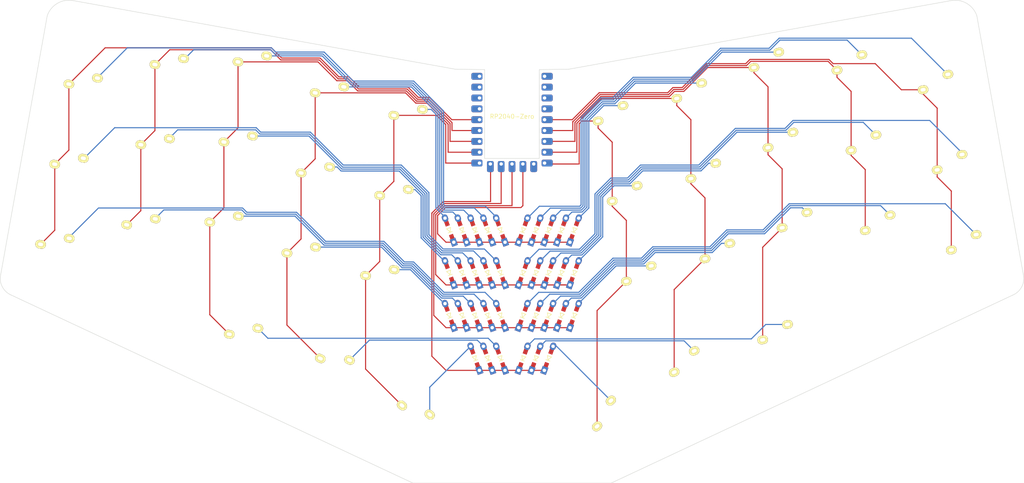
<source format=kicad_pcb>
(kicad_pcb (version 20211014) (generator pcbnew)
  (title_block (title "Amarilis Keyboard") (date "2023-03-17") (rev "1.0") (company "@tangzero"))
  (layers (0 "F.Cu" signal) (31 "B.Cu" signal) (34 "B.Paste" user) (35 "F.Paste" user) (36 "B.SilkS" user "B.Silkscreen") (37 "F.SilkS" user "F.Silkscreen") (38 "B.Mask" user) (39 "F.Mask" user) (44 "Edge.Cuts" user))
  (net 0 "")
  (net 1 "ROW0")
  (net 2 "Net-(D1-Pad2)")
  (net 3 "Net-(D2-Pad2)")
  (net 4 "Net-(D3-Pad2)")
  (net 5 "Net-(D4-Pad2)")
  (net 6 "Net-(D5-Pad2)")
  (net 7 "Net-(D6-Pad2)")
  (net 8 "Net-(D7-Pad2)")
  (net 9 "Net-(D8-Pad2)")
  (net 10 "Net-(D9-Pad2)")
  (net 11 "Net-(D10-Pad2)")
  (net 12 "ROW1")
  (net 13 "Net-(D11-Pad2)")
  (net 14 "Net-(D12-Pad2)")
  (net 23 "Net-(D13-Pad2)")
  (net 24 "Net-(D14-Pad2)")
  (net 25 "Net-(D15-Pad2)")
  (net 26 "Net-(D16-Pad2)")
  (net 27 "Net-(D17-Pad2)")
  (net 28 "Net-(D18-Pad2)")
  (net 29 "Net-(D19-Pad2)")
  (net 30 "Net-(D20-Pad2)")
  (net 31 "ROW2")
  (net 32 "Net-(D21-Pad2)")
  (net 33 "Net-(D22-Pad2)")
  (net 34 "Net-(D23-Pad2)")
  (net 35 "Net-(D24-Pad2)")
  (net 36 "Net-(D25-Pad2)")
  (net 37 "Net-(D26-Pad2)")
  (net 38 "Net-(D27-Pad2)")
  (net 39 "Net-(D28-Pad2)")
  (net 40 "Net-(D29-Pad2)")
  (net 41 "Net-(D30-Pad2)")
  (net 42 "ROW3")
  (net 43 "Net-(D31-Pad2)")
  (net 44 "Net-(D32-Pad2)")
  (net 45 "Net-(D33-Pad2)")
  (net 46 "Net-(D34-Pad2)")
  (net 47 "Net-(D35-Pad2)")
  (net 48 "Net-(D36-Pad2)")
  (net 49 "COL0")
  (net 50 "COL1")
  (net 51 "COL2")
  (net 52 "COL3")
  (net 53 "COL4")
  (net 54 "COL5")
  (net 55 "COL6")
  (net 56 "COL7")
  (net 57 "COL8")
  (net 58 "COL9")
  (footprint "kbd:D3_TH" (layer "F.Cu") (at 159.607086 108 70)
    (fp_text reference "D17" hide)
    (fp_text value "1N4148" hide)
  )
  (footprint "kbd:D3_TH" (layer "F.Cu") (at 150.607086 118 70)
    (fp_text reference "D30" hide)
    (fp_text value "1N4148" hide)
  )
  (footprint "kbd:D3_TH" (layer "F.Cu") (at 150.607086 98 70)
    (fp_text reference "D10" hide)
    (fp_text value "1N4148" hide)
  )
  (footprint "kbd:spacer_m2" (layer "F.Cu") (at 183.055772 80.034293)
    (fp_text reference "Ref**" hide)
    (fp_text value "Val**" hide)
  )
  (footprint "kbd:CherryMX_1u" (layer "F.Cu") (at 44.271054 85.715056 -10)
    (fp_text reference "SW11" hide)
    (fp_text value "SW_PUSH" hide)
  )
  (footprint "kbd:CherryMX_1u" (layer "F.Cu") (at 110.122091 144.600068 -40)
    (fp_text reference "SW33" hide)
    (fp_text value "SW_PUSH" hide)
  )
  (footprint "kbd:spacer_m2" (layer "F.Cu") (at 148.015842 144.252025)
    (fp_text reference "Ref**" hide)
    (fp_text value "Val**" hide)
  )
  (footprint "kbd:CherryMX_1u" (layer "F.Cu") (at 98.634005 106.521175 -10)
    (fp_text reference "SW24" hide)
    (fp_text value "SW_PUSH" hide)
  )
  (footprint "kbd:D3_TH" (layer "F.Cu") (at 142.357086 108 110)
    (fp_text reference "D12" hide)
    (fp_text value "1N4148" hide)
  )
  (footprint "kbd:CherryMX_1u" (layer "F.Cu") (at 64.420827 81.144592 -10)
    (fp_text reference "SW12" hide)
    (fp_text value "SW_PUSH" hide)
  )
  (footprint "kbd:D3_TH" (layer "F.Cu") (at 153.607086 128 70)
    (fp_text reference "D35" hide)
    (fp_text value "1N4148" hide)
  )
  (footprint "kbd:D3_TH" (layer "F.Cu") (at 159.607086 98 70)
    (fp_text reference "D7" hide)
    (fp_text value "1N4148" hide)
  )
  (footprint "kbd:D3_TH" (layer "F.Cu") (at 162.607086 118 70)
    (fp_text reference "D26" hide)
    (fp_text value "1N4148" hide)
  )
  (footprint "kbd:D3_TH" (layer "F.Cu") (at 139.357086 108 110)
    (fp_text reference "D13" hide)
    (fp_text value "1N4148" hide)
  )
  (footprint "kbd:CherryMX_1u" (layer "F.Cu") (at 117.047296 111.798789 -10)
    (fp_text reference "SW25" hide)
    (fp_text value "SW_PUSH" hide)
  )
  (footprint "kbd:spacer_m2" (layer "F.Cu") (at 195.124261 119.284026)
    (fp_text reference "Ref**" hide)
    (fp_text value "Val**" hide)
  )
  (footprint "kbd:D3_TH" (layer "F.Cu") (at 153.607086 118 70)
    (fp_text reference "D29" hide)
    (fp_text value "1N4148" hide)
  )
  (footprint "kbd:CherryMX_1u" (layer "F.Cu") (at 228.303242 62.384004 10)
    (fp_text reference "SW9" hide)
    (fp_text value "SW_PUSH" hide)
  )
  (footprint "kbd:D3_TH" (layer "F.Cu") (at 162.607086 98 70)
    (fp_text reference "D6" hide)
    (fp_text value "1N4148" hide)
  )
  (footprint "kbd:CherryMX_1u" (layer "F.Cu") (at 234.919238 99.90518 10)
    (fp_text reference "SW29" hide)
    (fp_text value "SW_PUSH" hide)
  )
  (footprint "kbd:CherryMX_1u" (layer "F.Cu") (at 185.909976 144.600067 40)
    (fp_text reference "SW34" hide)
    (fp_text value "SW_PUSH" hide)
  )
  (footprint "kbd:CherryMX_1u" (layer "F.Cu") (at 215.464057 99.273946 10)
    (fp_text reference "SW28" hide)
    (fp_text value "SW_PUSH" hide)
  )
  (footprint "kbd:D3_TH" (layer "F.Cu") (at 162.607086 108 70)
    (fp_text reference "D16" hide)
    (fp_text value "1N4148" hide)
  )
  (footprint "kbd:CherryMX_1u" (layer "F.Cu") (at 61.112829 99.90518 -10)
    (fp_text reference "SW22" hide)
    (fp_text value "SW_PUSH" hide)
  )
  (footprint "kbd:CherryMX_1u" (layer "F.Cu") (at 255.069011 104.475644 10)
    (fp_text reference "SW30" hide)
    (fp_text value "SW_PUSH" hide)
  )
  (footprint "kbd:CherryMX_1u" (layer "F.Cu") (at 83.876008 80.513359 -10)
    (fp_text reference "SW13" hide)
    (fp_text value "SW_PUSH" hide)
  )
  (footprint "RP2040-Zero-Kicad:RP2040-Zero" (layer "F.Cu") (at 137.865 84.825)
    (fp_text reference "RZ1")
    (fp_text value "RP2040-Zero")
  )
  (footprint "kbd:CherryMX_1u" (layer "F.Cu") (at 92.856928 136.549189 -25)
    (fp_text reference "SW32" hide)
    (fp_text value "SW_PUSH" hide)
  )
  (footprint "kbd:D3_TH" (layer "F.Cu") (at 142.357086 98 110)
    (fp_text reference "D2" hide)
    (fp_text value "1N4148" hide)
  )
  (footprint "kbd:D3_TH" (layer "F.Cu") (at 153.607086 108 70)
    (fp_text reference "D19" hide)
    (fp_text value "1N4148" hide)
  )
  (footprint "kbd:spacer_m2" (layer "F.Cu") (at 58.613345 59.228174)
    (fp_text reference "Ref**" hide)
    (fp_text value "Val**" hide)
  )
  (footprint "kbd:CherryMX_1u" (layer "F.Cu") (at 251.761013 85.715056 10)
    (fp_text reference "SW20" hide)
    (fp_text value "SW_PUSH" hide)
  )
  (footprint "kbd:spacer_m2" (layer "F.Cu") (at 237.418722 59.228173)
    (fp_text reference "Ref**" hide)
    (fp_text value "Val**" hide)
  )
  (footprint "kbd:D3_TH" (layer "F.Cu") (at 136.357086 108 110)
    (fp_text reference "D14" hide)
    (fp_text value "1N4148" hide)
  )
  (footprint "kbd:D3_TH" (layer "F.Cu") (at 156.607086 108 70)
    (fp_text reference "D18" hide)
    (fp_text value "1N4148" hide)
  )
  (footprint "kbd:CherryMX_1u" (layer "F.Cu") (at 190.782067 69 10)
    (fp_text reference "SW7" hide)
    (fp_text value "SW_PUSH" hide)
  )
  (footprint "kbd:CherryMX_1u" (layer "F.Cu") (at 105.25 69 -10)
    (fp_text reference "SW4" hide)
    (fp_text value "SW_PUSH" hide)
  )
  (footprint "kbd:D3_TH" (layer "F.Cu") (at 153.607086 98 70)
    (fp_text reference "D9" hide)
    (fp_text value "1N4148" hide)
  )
  (footprint "kbd:CherryMX_1u" (layer "F.Cu") (at 87.184005 61.752771 -10)
    (fp_text reference "SW3" hide)
    (fp_text value "SW_PUSH" hide)
  )
  (footprint "kbd:CherryMX_1u" (layer "F.Cu") (at 120.355294 93.038201 -10)
    (fp_text reference "SW15" hide)
    (fp_text value "SW_PUSH" hide)
  )
  (footprint "kbd:spacer_m2" (layer "F.Cu") (at 50.078536 107.631475)
    (fp_text reference "Ref**" hide)
    (fp_text value "Val**" hide)
  )
  (footprint "kbd:spacer_m2" (layer "F.Cu") (at 100.907806 119.284026)
    (fp_text reference "Ref**" hide)
    (fp_text value "Val**" hide)
  )
  (footprint "kbd:D3_TH" (layer "F.Cu") (at 142.357086 118 110)
    (fp_text reference "D22" hide)
    (fp_text value "1N4148" hide)
  )
  (footprint "kbd:CherryMX_1u" (layer "F.Cu") (at 67.728825 62.384004 -10)
    (fp_text reference "SW2" hide)
    (fp_text value "SW_PUSH" hide)
  )
  (footprint "kbd:D3_TH" (layer "F.Cu") (at 156.607086 98 70)
    (fp_text reference "D8" hide)
    (fp_text value "1N4148" hide)
  )
  (footprint "kbd:CherryMX_1u" (layer "F.Cu") (at 203.175139 136.549189 25)
    (fp_text reference "SW35" hide)
    (fp_text value "SW_PUSH" hide)
  )
  (footprint "kbd:D3_TH" (layer "F.Cu") (at 133.357086 108 110)
    (fp_text reference "D15" hide)
    (fp_text value "1N4148" hide)
  )
  (footprint "kbd:D3_TH" (layer "F.Cu") (at 159.607086 118 70)
    (fp_text reference "D27" hide)
    (fp_text value "1N4148" hide)
  )
  (footprint "kbd:CherryMX_1u" (layer "F.Cu") (at 80.56801 99.273946 -10)
    (fp_text reference "SW23" hide)
    (fp_text value "SW_PUSH" hide)
  )
  (footprint "kbd:CherryMX_1u" (layer "F.Cu") (at 172.368775 74.277613 10)
    (fp_text reference "SW6" hide)
    (fp_text value "SW_PUSH" hide)
  )
  (footprint "kbd:D3_TH" (layer "F.Cu") (at 136.357086 98 110)
    (fp_text reference "D4" hide)
    (fp_text value "1N4148" hide)
  )
  (footprint "kbd:D3_TH" (layer "F.Cu") (at 156.607086 128 70)
    (fp_text reference "D34" hide)
    (fp_text value "1N4148" hide)
  )
  (footprint "kbd:CherryMX_1u" (layer "F.Cu") (at 208.848062 61.752771 10)
    (fp_text reference "SW8" hide)
    (fp_text value "SW_PUSH" hide)
  )
  (footprint "kbd:CherryMX_1u" (layer "F.Cu") (at 123.663292 74.277613 -10)
    (fp_text reference "SW5" hide)
    (fp_text value "SW_PUSH" hide)
  )
  (footprint "kbd:D3_TH" (layer "F.Cu") (at 136.357086 118 110)
    (fp_text reference "D24" hide)
    (fp_text value "1N4148" hide)
  )
  (footprint "kbd:D3_TH" (layer "F.Cu") (at 133.357086 118 110)
    (fp_text reference "D25" hide)
    (fp_text value "1N4148" hide)
  )
  (footprint "kbd:CherryMX_1u" (layer "F.Cu") (at 212.156059 80.513359 10)
    (fp_text reference "SW18" hide)
    (fp_text value "SW_PUSH" hide)
  )
  (footprint "kbd:CherryMX_1u" (layer "F.Cu") (at 85.130633 125.514897 -10)
    (fp_text reference "SW31" hide)
    (fp_text value "SW_PUSH" hide)
  )
  (footprint "kbd:CherryMX_1u" (layer "F.Cu") (at 248.453015 66.954468 10)
    (fp_text reference "SW10" hide)
    (fp_text value "SW_PUSH" hide)
  )
  (footprint "kbd:D3_TH" (layer "F.Cu") (at 150.607086 108 70)
    (fp_text reference "D20" hide)
    (fp_text value "1N4148" hide)
  )
  (footprint "kbd:D3_TH" (layer "F.Cu") (at 139.357086 128 110)
    (fp_text reference "D33" hide)
    (fp_text value "1N4148" hide)
  )
  (footprint "kbd:CherryMX_1u" (layer "F.Cu") (at 40.963056 104.475644 -10)
    (fp_text reference "SW21" hide)
    (fp_text value "SW_PUSH" hide)
  )
  (footprint "kbd:CherryMX_1u" (layer "F.Cu") (at 197.398062 106.521175 10)
    (fp_text reference "SW27" hide)
    (fp_text value "SW_PUSH" hide)
  )
  (footprint "kbd:D3_TH" (layer "F.Cu") (at 145.357086 118 110)
    (fp_text reference "D21" hide)
    (fp_text value "1N4148" hide)
  )
  (footprint "kbd:CherryMX_1u" (layer "F.Cu") (at 101.942002 87.760588 -10)
    (fp_text reference "SW14" hide)
    (fp_text value "SW_PUSH" hide)
  )
  (footprint "kbd:D3_TH" (layer "F.Cu") (at 139.357086 118 110)
    (fp_text reference "D23" hide)
    (fp_text value "1N4148" hide)
  )
  (footprint "kbd:CherryMX_1u" (layer "F.Cu") (at 210.901434 125.514897 10)
    (fp_text reference "SW36" hide)
    (fp_text value "SW_PUSH" hide)
  )
  (footprint "kbd:D3_TH" (layer "F.Cu") (at 156.607086 118 70)
    (fp_text reference "D28" hide)
    (fp_text value "1N4148" hide)
  )
  (footprint "kbd:CherryMX_1u" (layer "F.Cu") (at 178.984771 111.798788 10)
    (fp_text reference "SW26" hide)
    (fp_text value "SW_PUSH" hide)
  )
  (footprint "kbd:D3_TH" (layer "F.Cu") (at 139.357086 98 110)
    (fp_text reference "D3" hide)
    (fp_text value "1N4148" hide)
  )
  (footprint "kbd:spacer_m2" (layer "F.Cu") (at 245.953531 107.631475)
    (fp_text reference "Ref**" hide)
    (fp_text value "Val**" hide)
  )
  (footprint "kbd:D3_TH" (layer "F.Cu") (at 145.357086 98 110)
    (fp_text reference "D1" hide)
    (fp_text value "1N4148" hide)
  )
  (footprint "kbd:CherryMX_1u" (layer "F.Cu") (at 231.61124 81.144592 10)
    (fp_text reference "SW19" hide)
    (fp_text value "SW_PUSH" hide)
  )
  (footprint "kbd:CherryMX_1u" (layer "F.Cu") (at 194.090064 87.760587 10)
    (fp_text reference "SW17" hide)
    (fp_text value "SW_PUSH" hide)
  )
  (footprint "kbd:D3_TH" (layer "F.Cu") (at 145.357086 108 110)
    (fp_text reference "D11" hide)
    (fp_text value "1N4148" hide)
  )
  (footprint "kbd:spacer_m2" (layer "F.Cu") (at 112.976295 80.034293)
    (fp_text reference "Ref**" hide)
    (fp_text value "Val**" hide)
  )
  (footprint "kbd:CherryMX_1u" (layer "F.Cu") (at 47.579052 66.954469 -10)
    (fp_text reference "SW1" hide)
    (fp_text value "SW_PUSH" hide)
  )
  (footprint "kbd:D3_TH" (layer "F.Cu") (at 142.357086 128 110)
    (fp_text reference "D32" hide)
    (fp_text value "1N4148" hide)
  )
  (footprint "kbd:D3_TH" (layer "F.Cu") (at 145.357086 128 110)
    (fp_text reference "D31" hide)
    (fp_text value "1N4148" hide)
  )
  (footprint "kbd:D3_TH" (layer "F.Cu") (at 133.357086 98 110)
    (fp_text reference "D5" hide)
    (fp_text value "1N4148" hide)
  )
  (footprint "kbd:D3_TH" (layer "F.Cu") (at 150.607086 128 70)
    (fp_text reference "D36" hide)
    (fp_text value "1N4148" hide)
  )
  (footprint "kbd:CherryMX_1u" (layer "F.Cu") (at 175.676773 93.038201 10)
    (fp_text reference "SW16" hide)
    (fp_text value "SW_PUSH" hide)
  )
  (gr_line (start 141.6 81.2) (end 154.4 81.2) (layer "Edge.Cuts") (width 0.1))
  (gr_line (start 124.8 157.2) (end 171.25 157.2) (layer "Edge.Cuts") (width 0.1))
  (gr_line (start 161.35 60.3) (end 154.4 60.4) (layer "Edge.Cuts") (width 0.1))
  (gr_line (start 141.6 60.4) (end 134.7 60.3) (layer "Edge.Cuts") (width 0.1))
  (gr_line (start 28.2 109) (end 39.2 47.8) (layer "Edge.Cuts") (width 0.1))
  (gr_line (start 141.6 81.2) (end 141.6 60.4) (layer "Edge.Cuts") (width 0.1))
  (gr_line (start 265.25 113.2) (end 171.25 157.2) (layer "Edge.Cuts") (width 0.1))
  (gr_arc (start 30.8 113.2) (mid 28.83524 111.511518) (end 28.2 109) (layer "Edge.Cuts") (width 0.1))
  (gr_line (start 161.35 60.3) (end 251.05 44.2) (layer "Edge.Cuts") (width 0.1))
  (gr_line (start 154.4 81.2) (end 154.4 60.4) (layer "Edge.Cuts") (width 0.1))
  (gr_arc (start 267.85 109) (mid 267.21476 111.511518) (end 265.25 113.2) (layer "Edge.Cuts") (width 0.1))
  (gr_line (start 256.85 47.8) (end 267.85 109) (layer "Edge.Cuts") (width 0.1))
  (gr_line (start 124.8 157.2) (end 30.8 113.2) (layer "Edge.Cuts") (width 0.1))
  (gr_line (start 45 44.2) (end 134.7 60.3) (layer "Edge.Cuts") (width 0.1))
  (gr_arc (start 39.2 47.8) (mid 41.456213 44.962788) (end 45 44.2) (layer "Edge.Cuts") (width 0.1))
  (gr_arc (start 251.05 44.2) (mid 254.593787 44.962788) (end 256.85 47.8) (layer "Edge.Cuts") (width 0.1))
  (segment (start 130.6 94.559188) (end 132.459188 92.7) (width 0.25) (layer "F.Cu") (net 1))
  (segment (start 150.115 92.7) (end 150.565 92.25) (width 0.25) (layer "F.Cu") (net 1))
  (segment (start 130.6 98.85) (end 130.6 94.559188) (width 0.25) (layer "F.Cu") (net 1))
  (segment (start 134.383146 100.819078) (end 161.581026 100.819078) (width 0.25) (layer "F.Cu") (net 1))
  (segment (start 132.569078 100.819078) (end 130.6 98.85) (width 0.25) (layer "F.Cu") (net 1))
  (segment (start 150.565 92.25) (end 150.565 82.871395) (width 0.25) (layer "F.Cu") (net 1))
  (segment (start 133.581026 100.819078) (end 132.569078 100.819078) (width 0.25) (layer "F.Cu") (net 1))
  (segment (start 132.459188 92.7) (end 150.115 92.7) (width 0.25) (layer "F.Cu") (net 1))
  (segment (start 104.041014 56.291014) (end 92.686396 56.291014) (width 0.25) (layer "B.Cu") (net 2))
  (segment (start 144.581026 95.180922) (end 141.756906 92.356802) (width 0.25) (layer "B.Cu") (net 2))
  (segment (start 124.997431 63.088243) (end 110.838243 63.088243) (width 0.25) (layer "B.Cu") (net 2))
  (segment (start 91.695382 55.3) (end 57.95 55.3) (width 0.25) (layer "B.Cu") (net 2))
  (segment (start 57.95 55.3) (end 50.962596 62.287404) (width 0.25) (layer "B.Cu") (net 2))
  (segment (start 132 91.977208) (end 132 70.090812) (width 0.25) (layer "B.Cu") (net 2))
  (segment (start 92.686396 56.291014) (end 91.695382 55.3) (width 0.25) (layer "B.Cu") (net 2))
  (segment (start 110.838243 63.088243) (end 104.041014 56.291014) (width 0.25) (layer "B.Cu") (net 2))
  (segment (start 132 70.090812) (end 124.997431 63.088243) (width 0.25) (layer "B.Cu") (net 2))
  (segment (start 132.379594 92.356802) (end 132 91.977208) (width 0.25) (layer "B.Cu") (net 2))
  (segment (start 141.756906 92.356802) (end 132.379594 92.356802) (width 0.25) (layer "B.Cu") (net 2))
  (segment (start 103.755646 56.741014) (end 110.552875 63.538243) (width 0.25) (layer "B.Cu") (net 3))
  (segment (start 131.55 92.163604) (end 132.193198 92.806802) (width 0.25) (layer "B.Cu") (net 3))
  (segment (start 132.193198 92.806802) (end 139.206906 92.806802) (width 0.25) (layer "B.Cu") (net 3))
  (segment (start 92.5 56.741014) (end 103.755646 56.741014) (width 0.25) (layer "B.Cu") (net 3))
  (segment (start 124.811035 63.538243) (end 131.55 70.277208) (width 0.25) (layer "B.Cu") (net 3))
  (segment (start 91.508986 55.75) (end 92.5 56.741014) (width 0.25) (layer "B.Cu") (net 3))
  (segment (start 71.427753 57.822247) (end 73.5 55.75) (width 0.25) (layer "B.Cu") (net 3))
  (segment (start 73.5 55.75) (end 91.508986 55.75) (width 0.25) (layer "B.Cu") (net 3))
  (segment (start 139.206906 92.806802) (end 141.581026 95.180922) (width 0.25) (layer "B.Cu") (net 3))
  (segment (start 110.552875 63.538243) (end 124.811035 63.538243) (width 0.25) (layer "B.Cu") (net 3))
  (segment (start 131.55 70.277208) (end 131.55 92.163604) (width 0.25) (layer "B.Cu") (net 3))
  (segment (start 110.366479 63.988243) (end 124.624639 63.988243) (width 0.25) (layer "B.Cu") (net 4))
  (segment (start 131.1 92.35) (end 132.05 93.3) (width 0.25) (layer "B.Cu") (net 4))
  (segment (start 136.700104 93.3) (end 138.581026 95.180922) (width 0.25) (layer "B.Cu") (net 4))
  (segment (start 131.1 70.463604) (end 131.1 92.35) (width 0.25) (layer "B.Cu") (net 4))
  (segment (start 90.567549 57.191014) (end 103.56925 57.191014) (width 0.25) (layer "B.Cu") (net 4))
  (segment (start 124.624639 63.988243) (end 131.1 70.463604) (width 0.25) (layer "B.Cu") (net 4))
  (segment (start 103.56925 57.191014) (end 110.366479 63.988243) (width 0.25) (layer "B.Cu") (net 4))
  (segment (start 132.05 93.3) (end 136.700104 93.3) (width 0.25) (layer "B.Cu") (net 4))
  (segment (start 130.65 70.65) (end 130.65 92.6135) (width 0.25) (layer "B.Cu") (net 5))
  (segment (start 124.438243 64.438243) (end 130.65 70.65) (width 0.25) (layer "B.Cu") (net 5))
  (segment (start 108.633544 64.438243) (end 124.438243 64.438243) (width 0.25) (layer "B.Cu") (net 5))
  (segment (start 134.150104 93.75) (end 135.581026 95.180922) (width 0.25) (layer "B.Cu") (net 5))
  (segment (start 131.7865 93.75) (end 134.150104 93.75) (width 0.25) (layer "B.Cu") (net 5))
  (segment (start 130.65 92.6135) (end 131.7865 93.75) (width 0.25) (layer "B.Cu") (net 5))
  (segment (start 129.07946 69.715856) (end 130.2 70.836396) (width 0.25) (layer "B.Cu") (net 6))
  (segment (start 127.046836 69.715856) (end 129.07946 69.715856) (width 0.25) (layer "B.Cu") (net 6))
  (segment (start 130.2 92.799896) (end 132.581026 95.180922) (width 0.25) (layer "B.Cu") (net 6))
  (segment (start 130.2 70.836396) (end 130.2 92.799896) (width 0.25) (layer "B.Cu") (net 6))
  (segment (start 169.506506 68.833723) (end 166 72.340229) (width 0.25) (layer "B.Cu") (net 7))
  (segment (start 173.988054 68.833723) (end 169.506506 68.833723) (width 0.25) (layer "B.Cu") (net 7))
  (segment (start 166 92.814068) (end 163.633146 95.180922) (width 0.25) (layer "B.Cu") (net 7))
  (segment (start 166 72.340229) (end 166 92.814068) (width 0.25) (layer "B.Cu") (net 7))
  (segment (start 169.32011 68.383723) (end 172.116277 68.383723) (width 0.25) (layer "B.Cu") (net 8))
  (segment (start 172.116277 68.383723) (end 176.94389 63.55611) (width 0.25) (layer "B.Cu") (net 8))
  (segment (start 165.55 92.627672) (end 165.55 72.153833) (width 0.25) (layer "B.Cu") (net 8))
  (segment (start 176.94389 63.55611) (end 192.401346 63.55611) (width 0.25) (layer "B.Cu") (net 8))
  (segment (start 165.55 72.153833) (end 169.32011 68.383723) (width 0.25) (layer "B.Cu") (net 8))
  (segment (start 164.427672 93.75) (end 165.55 92.627672) (width 0.25) (layer "B.Cu") (net 8))
  (segment (start 160.633146 95.180922) (end 162.064068 93.75) (width 0.25) (layer "B.Cu") (net 8))
  (segment (start 162.064068 93.75) (end 164.427672 93.75) (width 0.25) (layer "B.Cu") (net 8))
  (segment (start 176.757494 63.10611) (end 171.929881 67.933723) (width 0.25) (layer "B.Cu") (net 9))
  (segment (start 165.1 92.441276) (end 164.241276 93.3) (width 0.25) (layer "B.Cu") (net 9))
  (segment (start 169.133714 67.933723) (end 165.1 71.967437) (width 0.25) (layer "B.Cu") (net 9))
  (segment (start 190.39389 63.10611) (end 176.757494 63.10611) (width 0.25) (layer "B.Cu") (net 9))
  (segment (start 197.191119 56.308881) (end 190.39389 63.10611) (width 0.25) (layer "B.Cu") (net 9))
  (segment (start 165.1 71.967437) (end 165.1 92.441276) (width 0.25) (layer "B.Cu") (net 9))
  (segment (start 171.929881 67.933723) (end 169.133714 67.933723) (width 0.25) (layer "B.Cu") (net 9))
  (segment (start 159.514068 93.3) (end 157.633146 95.180922) (width 0.25) (layer "B.Cu") (net 9))
  (segment (start 164.241276 93.3) (end 159.514068 93.3) (width 0.25) (layer "B.Cu") (net 9))
  (segment (start 210.467341 56.308881) (end 197.191119 56.308881) (width 0.25) (layer "B.Cu") (net 9))
  (segment (start 229.922521 56.940114) (end 226.482407 53.5) (width 0.25) (layer "B.Cu") (net 10))
  (segment (start 197.004723 55.858881) (end 190.207494 62.65611) (width 0.25) (layer "B.Cu") (net 10))
  (segment (start 171.743485 67.483723) (end 168.947318 67.483723) (width 0.25) (layer "B.Cu") (net 10))
  (segment (start 156.964068 92.85) (end 154.633146 95.180922) (width 0.25) (layer "B.Cu") (net 10))
  (segment (start 208.391119 55.858881) (end 197.004723 55.858881) (width 0.25) (layer "B.Cu") (net 10))
  (segment (start 164.05488 92.85) (end 156.964068 92.85) (width 0.25) (layer "B.Cu") (net 10))
  (segment (start 226.482407 53.5) (end 210.75 53.5) (width 0.25) (layer "B.Cu") (net 10))
  (segment (start 210.75 53.5) (end 208.391119 55.858881) (width 0.25) (layer "B.Cu") (net 10))
  (segment (start 164.65 92.25488) (end 164.05488 92.85) (width 0.25) (layer "B.Cu") (net 10))
  (segment (start 168.947318 67.483723) (end 164.65 71.781041) (width 0.25) (layer "B.Cu") (net 10))
  (segment (start 164.65 71.781041) (end 164.65 92.25488) (width 0.25) (layer "B.Cu") (net 10))
  (segment (start 176.571098 62.65611) (end 171.743485 67.483723) (width 0.25) (layer "B.Cu") (net 10))
  (segment (start 190.207494 62.65611) (end 176.571098 62.65611) (width 0.25) (layer "B.Cu") (net 10))
  (segment (start 210.563604 53.05) (end 241.55 53.05) (width 0.25) (layer "B.Cu") (net 11))
  (segment (start 164.2 92.068484) (end 164.2 71.594645) (width 0.25) (layer "B.Cu") (net 11))
  (segment (start 196.818327 55.408881) (end 208.204723 55.408881) (width 0.25) (layer "B.Cu") (net 11))
  (segment (start 154.414068 92.4) (end 163.868484 92.4) (width 0.25) (layer "B.Cu") (net 11))
  (segment (start 176.384702 62.20611) (end 190.021098 62.20611) (width 0.25) (layer "B.Cu") (net 11))
  (segment (start 163.868484 92.4) (end 164.2 92.068484) (width 0.25) (layer "B.Cu") (net 11))
  (segment (start 241.55 53.05) (end 250.010578 61.510578) (width 0.25) (layer "B.Cu") (net 11))
  (segment (start 168.760922 67.033723) (end 171.557089 67.033723) (width 0.25) (layer "B.Cu") (net 11))
  (segment (start 151.633146 95.180922) (end 154.414068 92.4) (width 0.25) (layer "B.Cu") (net 11))
  (segment (start 171.557089 67.033723) (end 176.384702 62.20611) (width 0.25) (layer "B.Cu") (net 11))
  (segment (start 164.2 71.594645) (end 168.760922 67.033723) (width 0.25) (layer "B.Cu") (net 11))
  (segment (start 190.021098 62.20611) (end 196.818327 55.408881) (width 0.25) (layer "B.Cu") (net 11))
  (segment (start 208.204723 55.408881) (end 210.563604 53.05) (width 0.25) (layer "B.Cu") (net 11))
  (segment (start 132.569078 110.819078) (end 130.15 108.4) (width 0.25) (layer "F.Cu") (net 12))
  (segment (start 130.15 94.372792) (end 132.272792 92.25) (width 0.25) (layer "F.Cu") (net 12))
  (segment (start 160.581026 110.819078) (end 132.569078 110.819078) (width 0.25) (layer "F.Cu") (net 12))
  (segment (start 132.272792 92.25) (end 148.025 92.25) (width 0.25) (layer "F.Cu") (net 12))
  (segment (start 161.581026 110.819078) (end 158.581026 110.819078) (width 0.25) (layer "F.Cu") (net 12))
  (segment (start 130.15 108.4) (end 130.15 94.372792) (width 0.25) (layer "F.Cu") (net 12))
  (segment (start 148.025 92.25) (end 148.025 82.495) (width 0.25) (layer "F.Cu") (net 12))
  (segment (start 128.55 89.194391) (end 128.55 99.05) (width 0.25) (layer "B.Cu") (net 13))
  (segment (start 108.52396 82.75) (end 122.105609 82.75) (width 0.25) (layer "B.Cu") (net 13))
  (segment (start 122.105609 82.75) (end 128.55 89.194391) (width 0.25) (layer "B.Cu") (net 13))
  (segment (start 128.55 99.05) (end 131.9 102.4) (width 0.25) (layer "B.Cu") (net 13))
  (segment (start 131.9 102.4) (end 141.550104 102.4) (width 0.25) (layer "B.Cu") (net 13))
  (segment (start 88.136396 74) (end 89.187998 75.051602) (width 0.25) (layer "B.Cu") (net 13))
  (segment (start 55 74) (end 88.136396 74) (width 0.25) (layer "B.Cu") (net 13))
  (segment (start 89.187998 75.051602) (end 100.825562 75.051602) (width 0.25) (layer "B.Cu") (net 13))
  (segment (start 47.846701 81.153299) (end 55 74) (width 0.25) (layer "B.Cu") (net 13))
  (segment (start 141.550104 102.4) (end 144.331026 105.180922) (width 0.25) (layer "B.Cu") (net 13))
  (segment (start 100.825562 75.051602) (end 108.52396 82.75) (width 0.25) (layer "B.Cu") (net 13))
  (segment (start 67.804371 76.445629) (end 69.75 74.5) (width 0.25) (layer "B.Cu") (net 14))
  (segment (start 100.639166 75.501602) (end 108.387564 83.25) (width 0.25) (layer "B.Cu") (net 14))
  (segment (start 121.969213 83.25) (end 128.1 89.380787) (width 0.25) (layer "B.Cu") (net 14))
  (segment (start 139.000104 102.85) (end 141.331026 105.180922) (width 0.25) (layer "B.Cu") (net 14))
  (segment (start 88 74.5) (end 89.001602 75.501602) (width 0.25) (layer "B.Cu") (net 14))
  (segment (start 128.1 99.236396) (end 131.713604 102.85) (width 0.25) (layer "B.Cu") (net 14))
  (segment (start 69.75 74.5) (end 88 74.5) (width 0.25) (layer "B.Cu") (net 14))
  (segment (start 108.387564 83.25) (end 121.969213 83.25) (width 0.25) (layer "B.Cu") (net 14))
  (segment (start 131.713604 102.85) (end 139.000104 102.85) (width 0.25) (layer "B.Cu") (net 14))
  (segment (start 128.1 89.380787) (end 128.1 99.236396) (width 0.25) (layer "B.Cu") (net 14))
  (segment (start 89.001602 75.501602) (end 100.639166 75.501602) (width 0.25) (layer "B.Cu") (net 14))
  (segment (start 131.527208 103.3) (end 136.450104 103.3) (width 0.25) (layer "B.Cu") (net 23))
  (segment (start 127.65 99.422792) (end 131.527208 103.3) (width 0.25) (layer "B.Cu") (net 23))
  (segment (start 87.259552 75.951602) (end 100.452771 75.951602) (width 0.25) (layer "B.Cu") (net 23))
  (segment (start 108.201168 83.7) (end 121.782817 83.7) (width 0.25) (layer "B.Cu") (net 23))
  (segment (start 121.782817 83.7) (end 127.65 89.567183) (width 0.25) (layer "B.Cu") (net 23))
  (segment (start 100.452771 75.951602) (end 108.201168 83.7) (width 0.25) (layer "B.Cu") (net 23))
  (segment (start 136.450104 103.3) (end 138.331026 105.180922) (width 0.25) (layer "B.Cu") (net 23))
  (segment (start 127.65 89.567183) (end 127.65 99.422792) (width 0.25) (layer "B.Cu") (net 23))
  (segment (start 127.2 99.609188) (end 131.340812 103.75) (width 0.25) (layer "B.Cu") (net 24))
  (segment (start 133.900104 103.75) (end 135.331026 105.180922) (width 0.25) (layer "B.Cu") (net 24))
  (segment (start 131.340812 103.75) (end 133.900104 103.75) (width 0.25) (layer "B.Cu") (net 24))
  (segment (start 107.063603 83.198831) (end 108.014772 84.15) (width 0.25) (layer "B.Cu") (net 24))
  (segment (start 121.596421 84.15) (end 127.2 89.753579) (width 0.25) (layer "B.Cu") (net 24))
  (segment (start 105.325546 83.198831) (end 107.063603 83.198831) (width 0.25) (layer "B.Cu") (net 24))
  (segment (start 127.2 89.753579) (end 127.2 99.609188) (width 0.25) (layer "B.Cu") (net 24))
  (segment (start 108.014772 84.15) (end 121.596421 84.15) (width 0.25) (layer "B.Cu") (net 24))
  (segment (start 125.286469 88.476444) (end 126.75 89.939975) (width 0.25) (layer "B.Cu") (net 25))
  (segment (start 126.75 89.939975) (end 126.75 99.795584) (width 0.25) (layer "B.Cu") (net 25))
  (segment (start 132.135338 105.180922) (end 132.331026 105.180922) (width 0.25) (layer "B.Cu") (net 25))
  (segment (start 123.738838 88.476444) (end 125.286469 88.476444) (width 0.25) (layer "B.Cu") (net 25))
  (segment (start 126.75 99.795584) (end 132.135338 105.180922) (width 0.25) (layer "B.Cu") (net 25))
  (segment (start 169.25 90.25) (end 169.25 99.564068) (width 0.25) (layer "B.Cu") (net 26))
  (segment (start 177.296052 87.594311) (end 171.905689 87.594311) (width 0.25) (layer "B.Cu") (net 26))
  (segment (start 171.905689 87.594311) (end 169.25 90.25) (width 0.25) (layer "B.Cu") (net 26))
  (segment (start 169.25 99.564068) (end 163.697214 105.116854) (width 0.25) (layer "B.Cu") (net 26))
  (segment (start 168.8 90.063604) (end 168.8 99.377672) (width 0.25) (layer "B.Cu") (net 27))
  (segment (start 168.8 99.377672) (end 164.37087 103.806802) (width 0.25) (layer "B.Cu") (net 27))
  (segment (start 194.069699 82.316697) (end 192.286396 84.1) (width 0.25) (layer "B.Cu") (net 27))
  (segment (start 178.65 84.1) (end 175.605689 87.144311) (width 0.25) (layer "B.Cu") (net 27))
  (segment (start 175.605689 87.144311) (end 171.719293 87.144311) (width 0.25) (layer "B.Cu") (net 27))
  (segment (start 171.719293 87.144311) (end 168.8 90.063604) (width 0.25) (layer "B.Cu") (net 27))
  (segment (start 164.37087 103.806802) (end 162.007266 103.806802) (width 0.25) (layer "B.Cu") (net 27))
  (segment (start 162.007266 103.806802) (end 160.633146 105.180922) (width 0.25) (layer "B.Cu") (net 27))
  (segment (start 192.286396 84.1) (end 178.65 84.1) (width 0.25) (layer "B.Cu") (net 27))
  (segment (start 195.709343 82.316697) (end 194.069699 82.316697) (width 0.25) (layer "B.Cu") (net 27))
  (segment (start 192.1 83.65) (end 178.463604 83.65) (width 0.25) (layer "B.Cu") (net 28))
  (segment (start 168.35 99.191276) (end 164.184474 103.356802) (width 0.25) (layer "B.Cu") (net 28))
  (segment (start 168.35 89.877208) (end 168.35 99.191276) (width 0.25) (layer "B.Cu") (net 28))
  (segment (start 164.184474 103.356802) (end 159.457266 103.356802) (width 0.25) (layer "B.Cu") (net 28))
  (segment (start 171.532897 86.694311) (end 168.35 89.877208) (width 0.25) (layer "B.Cu") (net 28))
  (segment (start 159.457266 103.356802) (end 157.633146 105.180922) (width 0.25) (layer "B.Cu") (net 28))
  (segment (start 200.680531 75.069469) (end 192.1 83.65) (width 0.25) (layer "B.Cu") (net 28))
  (segment (start 178.463604 83.65) (end 175.419293 86.694311) (width 0.25) (layer "B.Cu") (net 28))
  (segment (start 213.775338 75.069469) (end 200.680531 75.069469) (width 0.25) (layer "B.Cu") (net 28))
  (segment (start 175.419293 86.694311) (end 171.532897 86.694311) (width 0.25) (layer "B.Cu") (net 28))
  (segment (start 233.200702 75.700702) (end 230.25 72.75) (width 0.25) (layer "B.Cu") (net 29))
  (segment (start 175.232897 86.244311) (end 171.346501 86.244311) (width 0.25) (layer "B.Cu") (net 29))
  (segment (start 163.998078 102.906802) (end 156.907266 102.906802) (width 0.25) (layer "B.Cu") (net 29))
  (segment (start 212.130531 74.619469) (end 200.494135 74.619469) (width 0.25) (layer "B.Cu") (net 29))
  (segment (start 178.277208 83.2) (end 175.232897 86.244311) (width 0.25) (layer "B.Cu") (net 29))
  (segment (start 230.25 72.75) (end 214 72.75) (width 0.25) (layer "B.Cu") (net 29))
  (segment (start 191.913604 83.2) (end 178.277208 83.2) (width 0.25) (layer "B.Cu") (net 29))
  (segment (start 167.9 99.00488) (end 163.998078 102.906802) (width 0.25) (layer "B.Cu") (net 29))
  (segment (start 171.346501 86.244311) (end 167.9 89.690812) (width 0.25) (layer "B.Cu") (net 29))
  (segment (start 167.9 89.690812) (end 167.9 99.00488) (width 0.25) (layer "B.Cu") (net 29))
  (segment (start 214 72.75) (end 212.130531 74.619469) (width 0.25) (layer "B.Cu") (net 29))
  (segment (start 156.907266 102.906802) (end 154.633146 105.180922) (width 0.25) (layer "B.Cu") (net 29))
  (segment (start 200.494135 74.619469) (end 191.913604 83.2) (width 0.25) (layer "B.Cu") (net 29))
  (segment (start 253.380292 79.880292) (end 245.8 72.3) (width 0.25) (layer "B.Cu") (net 30))
  (segment (start 200.307739 74.169469) (end 191.727208 82.75) (width 0.25) (layer "B.Cu") (net 30))
  (segment (start 245.8 72.3) (end 213.813604 72.3) (width 0.25) (layer "B.Cu") (net 30))
  (segment (start 167.45 98.818484) (end 163.811682 102.456802) (width 0.25) (layer "B.Cu") (net 30))
  (segment (start 163.811682 102.456802) (end 154.357266 102.456802) (width 0.25) (layer "B.Cu") (net 30))
  (segment (start 175.046501 85.794311) (end 171.160105 85.794311) (width 0.25) (layer "B.Cu") (net 30))
  (segment (start 171.160105 85.794311) (end 167.45 89.504416) (width 0.25) (layer "B.Cu") (net 30))
  (segment (start 191.727208 82.75) (end 178.090812 82.75) (width 0.25) (layer "B.Cu") (net 30))
  (segment (start 211.944135 74.169469) (end 200.307739 74.169469) (width 0.25) (layer "B.Cu") (net 30))
  (segment (start 178.090812 82.75) (end 175.046501 85.794311) (width 0.25) (layer "B.Cu") (net 30))
  (segment (start 167.45 89.504416) (end 167.45 98.818484) (width 0.25) (layer "B.Cu") (net 30))
  (segment (start 213.813604 72.3) (end 211.944135 74.169469) (width 0.25) (layer "B.Cu") (net 30))
  (segment (start 154.357266 102.456802) (end 151.633146 105.180922) (width 0.25) (layer "B.Cu") (net 30))
  (segment (start 134.383146 120.819078) (end 161.581026 120.819078) (width 0.25) (layer "F.Cu") (net 31))
  (segment (start 145.485 91.75) (end 132.136396 91.75) (width 0.25) (layer "F.Cu") (net 31))
  (segment (start 129.7 94.186396) (end 129.7 117.95) (width 0.25) (layer "F.Cu") (net 31))
  (segment (start 129.7 117.95) (end 132.569078 120.819078) (width 0.25) (layer "F.Cu") (net 31))
  (segment (start 132.136396 91.75) (end 129.7 94.186396) (width 0.25) (layer "F.Cu") (net 31))
  (segment (start 132.569078 120.819078) (end 133.581026 120.819078) (width 0.25) (layer "F.Cu") (net 31))
  (segment (start 145.485 82.495) (end 145.485 91.75) (width 0.25) (layer "F.Cu") (net 31))
  (segment (start 141.695241 112.545137) (end 132.090721 112.545137) (width 0.25) (layer "B.Cu") (net 32))
  (segment (start 104.38221 100.609418) (end 118.018606 100.609418) (width 0.25) (layer "B.Cu") (net 32))
  (segment (start 118.018606 100.609418) (end 122.84622 105.437032) (width 0.25) (layer "B.Cu") (net 32))
  (segment (start 122.84622 105.437032) (end 124.982616 105.437032) (width 0.25) (layer "B.Cu") (net 32))
  (segment (start 85.948585 93.812189) (end 97.584981 93.812189) (width 0.25) (layer "B.Cu") (net 32))
  (segment (start 44.3466 99.6534) (end 51.2 92.8) (width 0.25) (layer "B.Cu") (net 32))
  (segment (start 84.936396 92.8) (end 85.948585 93.812189) (width 0.25) (layer "B.Cu") (net 32))
  (segment (start 144.331026 115.180922) (end 141.695241 112.545137) (width 0.25) (layer "B.Cu") (net 32))
  (segment (start 97.584981 93.812189) (end 104.38221 100.609418) (width 0.25) (layer "B.Cu") (net 32))
  (segment (start 124.982616 105.437032) (end 132.090721 112.545137) (width 0.25) (layer "B.Cu") (net 32))
  (segment (start 51.2 92.8) (end 84.936396 92.8) (width 0.25) (layer "B.Cu") (net 32))
  (segment (start 122.659824 105.887032) (end 124.79622 105.887032) (width 0.25) (layer "B.Cu") (net 33))
  (segment (start 85.762189 94.262189) (end 97.398585 94.262189) (width 0.25) (layer "B.Cu") (net 33))
  (segment (start 97.398585 94.262189) (end 104.195814 101.059418) (width 0.25) (layer "B.Cu") (net 33))
  (segment (start 117.83221 101.059418) (end 122.659824 105.887032) (width 0.25) (layer "B.Cu") (net 33))
  (segment (start 139.145241 112.995137) (end 141.331026 115.180922) (width 0.25) (layer "B.Cu") (net 33))
  (segment (start 66.5 93.25) (end 84.75 93.25) (width 0.25) (layer "B.Cu") (net 33))
  (segment (start 84.75 93.25) (end 85.762189 94.262189) (width 0.25) (layer "B.Cu") (net 33))
  (segment (start 124.79622 105.887032) (end 131.904325 112.995137) (width 0.25) (layer "B.Cu") (net 33))
  (segment (start 131.904325 112.995137) (end 139.145241 112.995137) (width 0.25) (layer "B.Cu") (net 33))
  (segment (start 104.195814 101.059418) (end 117.83221 101.059418) (width 0.25) (layer "B.Cu") (net 33))
  (segment (start 64.496373 95.253627) (end 66.5 93.25) (width 0.25) (layer "B.Cu") (net 33))
  (segment (start 122.473428 106.337032) (end 124.609824 106.337032) (width 0.25) (layer "B.Cu") (net 34))
  (segment (start 136.595241 113.445137) (end 138.331026 115.180922) (width 0.25) (layer "B.Cu") (net 34))
  (segment (start 117.645814 101.509418) (end 122.473428 106.337032) (width 0.25) (layer "B.Cu") (net 34))
  (segment (start 104.009418 101.509418) (end 117.645814 101.509418) (width 0.25) (layer "B.Cu") (net 34))
  (segment (start 124.609824 106.337032) (end 131.717929 113.445137) (width 0.25) (layer "B.Cu") (net 34))
  (segment (start 83.951554 94.712189) (end 97.212189 94.712189) (width 0.25) (layer "B.Cu") (net 34))
  (segment (start 131.717929 113.445137) (end 136.595241 113.445137) (width 0.25) (layer "B.Cu") (net 34))
  (segment (start 97.212189 94.712189) (end 104.009418 101.509418) (width 0.25) (layer "B.Cu") (net 34))
  (segment (start 122.287032 106.787032) (end 124.423428 106.787032) (width 0.25) (layer "B.Cu") (net 35))
  (segment (start 102.017549 101.959418) (end 117.459418 101.959418) (width 0.25) (layer "B.Cu") (net 35))
  (segment (start 117.459418 101.959418) (end 122.287032 106.787032) (width 0.25) (layer "B.Cu") (net 35))
  (segment (start 134.045241 113.895137) (end 135.331026 115.180922) (width 0.25) (layer "B.Cu") (net 35))
  (segment (start 131.531533 113.895137) (end 134.045241 113.895137) (width 0.25) (layer "B.Cu") (net 35))
  (segment (start 124.423428 106.787032) (end 131.531533 113.895137) (width 0.25) (layer "B.Cu") (net 35))
  (segment (start 124.237032 107.237032) (end 132.180922 115.180922) (width 0.25) (layer "B.Cu") (net 36))
  (segment (start 120.43084 107.237032) (end 124.237032 107.237032) (width 0.25) (layer "B.Cu") (net 36))
  (segment (start 132.180922 115.180922) (end 132.331026 115.180922) (width 0.25) (layer "B.Cu") (net 36))
  (segment (start 172.395102 106.354898) (end 163.569078 115.180922) (width 0.25) (layer "B.Cu") (net 37))
  (segment (start 180.60405 106.354898) (end 172.395102 106.354898) (width 0.25) (layer "B.Cu") (net 37))
  (segment (start 181.538236 103.237777) (end 178.871115 105.904898) (width 0.25) (layer "B.Cu") (net 38))
  (segment (start 172.208706 105.904898) (end 164.218467 113.895137) (width 0.25) (layer "B.Cu") (net 38))
  (segment (start 178.871115 105.904898) (end 172.208706 105.904898) (width 0.25) (layer "B.Cu") (net 38))
  (segment (start 198.861967 101.077285) (end 197.059111 101.077285) (width 0.25) (layer "B.Cu") (net 38))
  (segment (start 161.918931 113.895137) (end 160.633146 115.180922) (width 0.25) (layer "B.Cu") (net 38))
  (segment (start 194.898619 103.237777) (end 181.538236 103.237777) (width 0.25) (layer "B.Cu") (net 38))
  (segment (start 164.218467 113.895137) (end 161.918931 113.895137) (width 0.25) (layer "B.Cu") (net 38))
  (segment (start 197.059111 101.077285) (end 194.898619 103.237777) (width 0.25) (layer "B.Cu") (net 38))
  (segment (start 217.083336 93.830056) (end 216.00328 92.75) (width 0.25) (layer "B.Cu") (net 39))
  (segment (start 207.168922 98.831078) (end 198.668922 98.831078) (width 0.25) (layer "B.Cu") (net 39))
  (segment (start 181.35184 102.787777) (end 178.684719 105.454898) (width 0.25) (layer "B.Cu") (net 39))
  (segment (start 216.00328 92.75) (end 213.25 92.75) (width 0.25) (layer "B.Cu") (net 39))
  (segment (start 198.668922 98.831078) (end 194.712223 102.787777) (width 0.25) (layer "B.Cu") (net 39))
  (segment (start 194.712223 102.787777) (end 181.35184 102.787777) (width 0.25) (layer "B.Cu") (net 39))
  (segment (start 172.02231 105.454898) (end 164.032071 113.445137) (width 0.25) (layer "B.Cu") (net 39))
  (segment (start 213.25 92.75) (end 207.168922 98.831078) (width 0.25) (layer "B.Cu") (net 39))
  (segment (start 164.032071 113.445137) (end 159.368931 113.445137) (width 0.25) (layer "B.Cu") (net 39))
  (segment (start 159.368931 113.445137) (end 157.633146 115.180922) (width 0.25) (layer "B.Cu") (net 39))
  (segment (start 178.684719 105.454898) (end 172.02231 105.454898) (width 0.25) (layer "B.Cu") (net 39))
  (segment (start 206.982526 98.381078) (end 198.482526 98.381078) (width 0.25) (layer "B.Cu") (net 40))
  (segment (start 181.165444 102.337777) (end 178.498323 105.004898) (width 0.25) (layer "B.Cu") (net 40))
  (segment (start 171.835914 105.004898) (end 163.845675 112.995137) (width 0.25) (layer "B.Cu") (net 40))
  (segment (start 194.525827 102.337777) (end 181.165444 102.337777) (width 0.25) (layer "B.Cu") (net 40))
  (segment (start 178.498323 105.004898) (end 171.835914 105.004898) (width 0.25) (layer "B.Cu") (net 40))
  (segment (start 213.113604 92.25) (end 206.982526 98.381078) (width 0.25) (layer "B.Cu") (net 40))
  (segment (start 234.327227 92.25) (end 213.113604 92.25) (width 0.25) (layer "B.Cu") (net 40))
  (segment (start 163.845675 112.995137) (end 156.818931 112.995137) (width 0.25) (layer "B.Cu") (net 40))
  (segment (start 236.538517 94.46129) (end 234.327227 92.25) (width 0.25) (layer "B.Cu") (net 40))
  (segment (start 156.818931 112.995137) (end 154.633146 115.180922) (width 0.25) (layer "B.Cu") (net 40))
  (segment (start 198.482526 98.381078) (end 194.525827 102.337777) (width 0.25) (layer "B.Cu") (net 40))
  (segment (start 212.927208 91.8) (end 206.79613 97.931078) (width 0.25) (layer "B.Cu") (net 41))
  (segment (start 180.979048 101.887777) (end 178.311927 104.554898) (width 0.25) (layer "B.Cu") (net 41))
  (segment (start 206.79613 97.931078) (end 198.29613 97.931078) (width 0.25) (layer "B.Cu") (net 41))
  (segment (start 194.339431 101.887777) (end 180.979048 101.887777) (width 0.25) (layer "B.Cu") (net 41))
  (segment (start 171.649518 104.554898) (end 163.659279 112.545137) (width 0.25) (layer "B.Cu") (net 41))
  (segment (start 198.29613 97.931078) (end 194.339431 101.887777) (width 0.25) (layer "B.Cu") (net 41))
  (segment (start 249.456536 91.8) (end 212.927208 91.8) (width 0.25) (layer "B.Cu") (net 41))
  (segment (start 256.68829 99.031754) (end 249.456536 91.8) (width 0.25) (layer "B.Cu") (net 41))
  (segment (start 163.659279 112.545137) (end 154.268931 112.545137) (width 0.25) (layer "B.Cu") (net 41))
  (segment (start 154.268931 112.545137) (end 151.633146 115.180922) (width 0.25) (layer "B.Cu") (net 41))
  (segment (start 178.311927 104.554898) (end 171.649518 104.554898) (width 0.25) (layer "B.Cu") (net 41))
  (segment (start 142.945 82.495) (end 143 82.55) (width 0.25) (layer "F.Cu") (net 42))
  (segment (start 143 82.55) (end 143 91.3) (width 0.25) (layer "F.Cu") (net 42))
  (segment (start 132.569078 130.819078) (end 140.383146 130.819078) (width 0.25) (layer "F.Cu") (net 42))
  (segment (start 143 91.3) (end 131.95 91.3) (width 0.25) (layer "F.Cu") (net 42))
  (segment (start 140.383146 130.819078) (end 155.581026 130.819078) (width 0.25) (layer "F.Cu") (net 42))
  (segment (start 129.25 127.5) (end 132.569078 130.819078) (width 0.25) (layer "F.Cu") (net 42))
  (segment (start 129.25 94) (end 129.25 127.5) (width 0.25) (layer "F.Cu") (net 42))
  (segment (start 131.95 91.3) (end 129.25 94) (width 0.25) (layer "F.Cu") (net 42))
  (segment (start 142.450104 123.3) (end 144.331026 125.180922) (width 0.25) (layer "B.Cu") (net 43))
  (segment (start 88.514177 120.95314) (end 90.861037 123.3) (width 0.25) (layer "B.Cu") (net 43))
  (segment (start 90.861037 123.3) (end 142.450104 123.3) (width 0.25) (layer "B.Cu") (net 43))
  (segment (start 141.331026 125.180922) (end 139.900104 123.75) (width 0.25) (layer "B.Cu") (net 44))
  (segment (start 114.625324 123.75) (end 109.963871 128.411453) (width 0.25) (layer "B.Cu") (net 44))
  (segment (start 139.900104 123.75) (end 114.625324 123.75) (width 0.25) (layer "B.Cu") (net 44))
  (segment (start 138.331026 125.180922) (end 128.75233 134.759618) (width 0.25) (layer "B.Cu") (net 45))
  (segment (start 137.827136 125.180922) (end 138.331026 125.180922) (width 0.25) (layer "B.Cu") (net 45))
  (segment (start 128.75233 134.759618) (end 128.75233 141.167221) (width 0.25) (layer "B.Cu") (net 45))
  (segment (start 157.633146 125.180922) (end 158.450306 125.180922) (width 0.25) (layer "B.Cu") (net 46))
  (segment (start 158.450306 125.180922) (end 171.171243 137.901859) (width 0.25) (layer "B.Cu") (net 46))
  (segment (start 155.918931 123.895137) (end 188.302824 123.895137) (width 0.25) (layer "B.Cu") (net 47))
  (segment (start 188.302824 123.895137) (end 190.672239 126.264552) (width 0.25) (layer "B.Cu") (net 47))
  (segment (start 154.633146 125.180922) (end 155.918931 123.895137) (width 0.25) (layer "B.Cu") (net 47))
  (segment (start 151.633146 125.180922) (end 151.633146 125.116854) (width 0.25) (layer "B.Cu") (net 48))
  (segment (start 153.304863 123.445137) (end 204.054863 123.445137) (width 0.25) (layer "B.Cu") (net 48))
  (segment (start 204.054863 123.445137) (end 207.428993 120.071007) (width 0.25) (layer "B.Cu") (net 48))
  (segment (start 151.633146 125.116854) (end 153.304863 123.445137) (width 0.25) (layer "B.Cu") (net 48))
  (segment (start 207.428993 120.071007) (end 212.520713 120.071007) (width 0.25) (layer "B.Cu") (net 48))
  (segment (start 44.268001 79.244047) (end 40.960003 82.552045) (width 0.25) (layer "F.Cu") (net 49))
  (segment (start 52.762031 55.297428) (end 44.268001 63.791458) (width 0.25) (layer "F.Cu") (net 49))
  (segment (start 91.683824 55.297428) (end 52.762031 55.297428) (width 0.25) (layer "F.Cu") (net 49))
  (segment (start 40.960003 82.552045) (end 40.960003 98.004635) (width 0.25) (layer "F.Cu") (net 49))
  (segment (start 133.920584 72.125) (end 128.695584 66.9) (width 0.25) (layer "F.Cu") (net 49))
  (segment (start 126.059188 66.9) (end 123.646177 64.486989) (width 0.25) (layer "F.Cu") (net 49))
  (segment (start 112.259781 64.486989) (end 109.872792 62.1) (width 0.25) (layer "F.Cu") (net 49))
  (segment (start 107.486396 62.1) (end 103.076156 57.68976) (width 0.25) (layer "F.Cu") (net 49))
  (segment (start 40.960003 98.004635) (end 37.652005 101.312633) (width 0.25) (layer "F.Cu") (net 49))
  (segment (start 128.695584 66.9) (end 126.059188 66.9) (width 0.25) (layer "F.Cu") (net 49))
  (segment (start 140.405 72.125) (end 133.920584 72.125) (width 0.25) (layer "F.Cu") (net 49))
  (segment (start 123.646177 64.486989) (end 112.259781 64.486989) (width 0.25) (layer "F.Cu") (net 49))
  (segment (start 94.076156 57.68976) (end 91.683824 55.297428) (width 0.25) (layer "F.Cu") (net 49))
  (segment (start 44.268001 63.791458) (end 44.268001 79.244047) (width 0.25) (layer "F.Cu") (net 49))
  (segment (start 103.076156 57.68976) (end 94.076156 57.68976) (width 0.25) (layer "F.Cu") (net 49))
  (segment (start 109.872792 62.1) (end 107.486396 62.1) (width 0.25) (layer "F.Cu") (net 49))
  (segment (start 128.509188 67.35) (end 133.968198 72.80901) (width 0.25) (layer "F.Cu") (net 50))
  (segment (start 64.417774 74.673583) (end 61.109776 77.981581) (width 0.25) (layer "F.Cu") (net 50))
  (segment (start 123.459781 64.936989) (end 125.872792 67.35) (width 0.25) (layer "F.Cu") (net 50))
  (segment (start 125.872792 67.35) (end 128.509188 67.35) (width 0.25) (layer "F.Cu") (net 50))
  (segment (start 67.891339 55.747428) (end 91.497428 55.747428) (width 0.25) (layer "F.Cu") (net 50))
  (segment (start 133.968198 74.665) (end 140.405 74.665) (width 0.25) (layer "F.Cu") (net 50))
  (segment (start 133.968198 72.80901) (end 133.968198 74.665) (width 0.25) (layer "F.Cu") (net 50))
  (segment (start 112.073385 64.936989) (end 123.459781 64.936989) (width 0.25) (layer "F.Cu") (net 50))
  (segment (start 109.686396 62.55) (end 112.073385 64.936989) (width 0.25) (layer "F.Cu") (net 50))
  (segment (start 61.109776 77.981581) (end 61.109776 93.434171) (width 0.25) (layer "F.Cu") (net 50))
  (segment (start 61.109776 93.434171) (end 57.801778 96.742169) (width 0.25) (layer "F.Cu") (net 50))
  (segment (start 91.497428 55.747428) (end 93.88976 58.13976) (width 0.25) (layer "F.Cu") (net 50))
  (segment (start 64.417774 59.220993) (end 67.891339 55.747428) (width 0.25) (layer "F.Cu") (net 50))
  (segment (start 64.417774 59.220993) (end 64.417774 74.673583) (width 0.25) (layer "F.Cu") (net 50))
  (segment (start 107.3 62.55) (end 109.686396 62.55) (width 0.25) (layer "F.Cu") (net 50))
  (segment (start 102.88976 58.13976) (end 107.3 62.55) (width 0.25) (layer "F.Cu") (net 50))
  (segment (start 93.88976 58.13976) (end 102.88976 58.13976) (width 0.25) (layer "F.Cu") (net 50))
  (segment (start 77.256959 117.789263) (end 77.256959 96.110935) (width 0.25) (layer "F.Cu") (net 51))
  (segment (start 133.518198 77.205) (end 140.405 77.205) (width 0.25) (layer "F.Cu") (net 51))
  (segment (start 109.5 63) (end 111.886989 65.386989) (width 0.25) (layer "F.Cu") (net 51))
  (segment (start 83.872954 58.58976) (end 102.58976 58.58976) (width 0.25) (layer "F.Cu") (net 51))
  (segment (start 80.564957 77.350348) (end 80.564957 92.802937) (width 0.25) (layer "F.Cu") (net 51))
  (segment (start 83.872954 74.042351) (end 80.564957 77.350348) (width 0.25) (layer "F.Cu") (net 51))
  (segment (start 125.686396 67.8) (end 128.322792 67.8) (width 0.25) (layer "F.Cu") (net 51))
  (segment (start 83.872954 58.58976) (end 83.872954 74.042351) (width 0.25) (layer "F.Cu") (net 51))
  (segment (start 111.886989 65.386989) (end 123.273385 65.386989) (width 0.25) (layer "F.Cu") (net 51))
  (segment (start 123.273385 65.386989) (end 125.686396 67.8) (width 0.25) (layer "F.Cu") (net 51))
  (segment (start 102.58976 58.58976) (end 107 63) (width 0.25) (layer "F.Cu") (net 51))
  (segment (start 80.564957 92.802937) (end 77.256959 96.110935) (width 0.25) (layer "F.Cu") (net 51))
  (segment (start 107 63) (end 109.5 63) (width 0.25) (layer "F.Cu") (net 51))
  (segment (start 81.819582 122.351886) (end 77.256959 117.789263) (width 0.25) (layer "F.Cu") (net 51))
  (segment (start 133.518198 72.995406) (end 133.518198 77.205) (width 0.25) (layer "F.Cu") (net 51))
  (segment (start 128.322792 67.8) (end 133.518198 72.995406) (width 0.25) (layer "F.Cu") (net 51))
  (segment (start 98.630951 84.597577) (end 98.630951 100.050167) (width 0.25) (layer "F.Cu") (net 52))
  (segment (start 98.630951 100.050167) (end 95.322954 103.358164) (width 0.25) (layer "F.Cu") (net 52))
  (segment (start 101.938949 81.289579) (end 98.630951 84.597577) (width 0.25) (layer "F.Cu") (net 52))
  (segment (start 125.5 68.25) (end 128.136396 68.25) (width 0.25) (layer "F.Cu") (net 52))
  (segment (start 133.068198 79.745) (end 140.405 79.745) (width 0.25) (layer "F.Cu") (net 52))
  (segment (start 95.322954 120.217437) (end 103.135366 128.029849) (width 0.25) (layer "F.Cu") (net 52))
  (segment (start 128.136396 68.25) (end 133.068198 73.181802) (width 0.25) (layer "F.Cu") (net 52))
  (segment (start 123.086989 65.836989) (end 125.5 68.25) (width 0.25) (layer "F.Cu") (net 52))
  (segment (start 95.322954 103.358164) (end 95.322954 120.217437) (width 0.25) (layer "F.Cu") (net 52))
  (segment (start 101.938949 65.836989) (end 101.938949 81.289579) (width 0.25) (layer "F.Cu") (net 52))
  (segment (start 133.068198 73.181802) (end 133.068198 79.745) (width 0.25) (layer "F.Cu") (net 52))
  (segment (start 101.938949 65.836989) (end 123.086989 65.836989) (width 0.25) (layer "F.Cu") (net 52))
  (segment (start 130.364602 71.114602) (end 132.5 73.25) (width 0.25) (layer "F.Cu") (net 53))
  (segment (start 113.736245 130.51225) (end 113.736245 108.635778) (width 0.25) (layer "F.Cu") (net 53))
  (segment (start 117.044243 89.87519) (end 117.044243 105.32778) (width 0.25) (layer "F.Cu") (net 53))
  (segment (start 120.352241 86.567192) (end 117.044243 89.87519) (width 0.25) (layer "F.Cu") (net 53))
  (segment (start 120.352241 71.114602) (end 130.364602 71.114602) (width 0.25) (layer "F.Cu") (net 53))
  (segment (start 132.5 82.285) (end 140.405 82.285) (width 0.25) (layer "F.Cu") (net 53))
  (segment (start 117.044243 105.32778) (end 113.736245 108.635778) (width 0.25) (layer "F.Cu") (net 53))
  (segment (start 120.352241 71.114602) (end 120.352241 86.567192) (width 0.25) (layer "F.Cu") (net 53))
  (segment (start 132.5 73.25) (end 132.5 82.285) (width 0.25) (layer "F.Cu") (net 53))
  (segment (start 122.255268 139.031273) (end 113.736245 130.51225) (width 0.25) (layer "F.Cu") (net 53))
  (segment (start 171.483589 91.198389) (end 171.483589 92.404977) (width 0.25) (layer "F.Cu") (net 54))
  (segment (start 168.175591 72.437801) (end 168.175591 74.09555) (width 0.25) (layer "F.Cu") (net 54))
  (segment (start 163.75 73.045584) (end 163.75 82.5) (width 0.25) (layer "F.Cu") (net 54))
  (segment (start 171.483589 77.403548) (end 171.483589 91.198389) (width 0.25) (layer "F.Cu") (net 54))
  (segment (start 155.86 82.5) (end 155.645 82.285) (width 0.25) (layer "F.Cu") (net 54))
  (segment (start 168.175591 74.09555) (end 171.483589 77.403548) (width 0.25) (layer "F.Cu") (net 54))
  (segment (start 174.791587 109.958976) (end 167.939541 116.811022) (width 0.25) (layer "F.Cu") (net 54))
  (segment (start 163.75 82.5) (end 155.86 82.5) (width 0.25) (layer "F.Cu") (net 54))
  (segment (start 167.939541 116.811022) (end 167.939541 143.929314) (width 0.25) (layer "F.Cu") (net 54))
  (segment (start 168.175591 72.437801) (end 164.357783 72.437801) (width 0.25) (layer "F.Cu") (net 54))
  (segment (start 174.791587 95.712975) (end 174.791587 109.958976) (width 0.25) (layer "F.Cu") (net 54))
  (segment (start 171.483589 92.404977) (end 174.791587 95.712975) (width 0.25) (layer "F.Cu") (net 54))
  (segment (start 164.357783 72.437801) (end 163.75 73.045584) (width 0.25) (layer "F.Cu") (net 54))
  (segment (start 189.89688 72.125934) (end 189.89688 85.920775) (width 0.25) (layer "F.Cu") (net 55))
  (segment (start 168.999 67.160188) (end 186.588883 67.160188) (width 0.25) (layer "F.Cu") (net 55))
  (segment (start 193.204878 104.681363) (end 185.990635 111.895606) (width 0.25) (layer "F.Cu") (net 55))
  (segment (start 163.2 79.675) (end 163.2 72.959188) (width 0.25) (layer "F.Cu") (net 55))
  (segment (start 155.645 79.745) (end 163.13 79.745) (width 0.25) (layer "F.Cu") (net 55))
  (segment (start 163.2 72.959188) (end 168.999 67.160188) (width 0.25) (layer "F.Cu") (net 55))
  (segment (start 189.89688 85.920775) (end 189.89688 87.127363) (width 0.25) (layer "F.Cu") (net 55))
  (segment (start 186.588883 67.160188) (end 186.588883 68.817937) (width 0.25) (layer "F.Cu") (net 55))
  (segment (start 186.588883 68.817937) (end 189.89688 72.125934) (width 0.25) (layer "F.Cu") (net 55))
  (segment (start 163.13 79.745) (end 163.2 79.675) (width 0.25) (layer "F.Cu") (net 55))
  (segment (start 185.990635 111.895606) (end 185.990635 131.2502) (width 0.25) (layer "F.Cu") (net 55))
  (segment (start 189.89688 87.127363) (end 193.204878 90.435361) (width 0.25) (layer "F.Cu") (net 55))
  (segment (start 193.204878 90.435361) (end 193.204878 104.681363) (width 0.25) (layer "F.Cu") (net 55))
  (segment (start 207.962875 78.673547) (end 207.962875 80.331296) (width 0.25) (layer "F.Cu") (net 56))
  (segment (start 204.654878 59.912959) (end 204.654878 61.119547) (width 0.25) (layer "F.Cu") (net 56))
  (segment (start 193.837041 59.912959) (end 188.25 65.5) (width 0.25) (layer "F.Cu") (net 56))
  (segment (start 207.962875 80.331296) (end 211.270873 83.639294) (width 0.25) (layer "F.Cu") (net 56))
  (segment (start 204.654878 59.912959) (end 193.837041 59.912959) (width 0.25) (layer "F.Cu") (net 56))
  (segment (start 184.855948 66.710188) (end 168.812604 66.710188) (width 0.25) (layer "F.Cu") (net 56))
  (segment (start 162.75 72.772792) (end 162.75 77.205) (width 0.25) (layer "F.Cu") (net 56))
  (segment (start 206.70825 101.996757) (end 206.70825 123.675085) (width 0.25) (layer "F.Cu") (net 56))
  (segment (start 168.812604 66.710188) (end 162.75 72.772792) (width 0.25) (layer "F.Cu") (net 56))
  (segment (start 211.270873 97.434134) (end 206.70825 101.996757) (width 0.25) (layer "F.Cu") (net 56))
  (segment (start 188.25 65.5) (end 186.066136 65.5) (width 0.25) (layer "F.Cu") (net 56))
  (segment (start 186.066136 65.5) (end 184.855948 66.710188) (width 0.25) (layer "F.Cu") (net 56))
  (segment (start 204.654878 61.119547) (end 207.962875 64.427544) (width 0.25) (layer "F.Cu") (net 56))
  (segment (start 162.75 77.205) (end 155.645 77.205) (width 0.25) (layer "F.Cu") (net 56))
  (segment (start 211.270873 83.639294) (end 211.270873 97.434134) (width 0.25) (layer "F.Cu") (net 56))
  (segment (start 207.962875 64.427544) (end 207.962875 78.673547) (width 0.25) (layer "F.Cu") (net 56))
  (segment (start 168.626208 66.260188) (end 162.311396 72.575) (width 0.25) (layer "F.Cu") (net 57))
  (segment (start 193.650645 59.462959) (end 188.063604 65.05) (width 0.25) (layer "F.Cu") (net 57))
  (segment (start 227.418056 79.30478) (end 227.418056 80.511368) (width 0.25) (layer "F.Cu") (net 57))
  (segment (start 230.726054 83.819366) (end 230.726054 98.065368) (width 0.25) (layer "F.Cu") (net 57))
  (segment (start 224.110058 60.544192) (end 224.110058 62.201941) (width 0.25) (layer "F.Cu") (net 57))
  (segment (start 162.25 74.665) (end 155.645 74.665) (width 0.25) (layer "F.Cu") (net 57))
  (segment (start 227.418056 80.511368) (end 230.726054 83.819366) (width 0.25) (layer "F.Cu") (net 57))
  (segment (start 185.87974 65.05) (end 184.669552 66.260188) (width 0.25) (layer "F.Cu") (net 57))
  (segment (start 227.418056 65.509939) (end 227.418056 79.30478) (width 0.25) (layer "F.Cu") (net 57))
  (segment (start 162.25 72.575) (end 162.25 74.665) (width 0.25) (layer "F.Cu") (net 57))
  (segment (start 222.035239 58.469373) (end 203.915529 58.469373) (width 0.25) (layer "F.Cu") (net 57))
  (segment (start 224.110058 60.544192) (end 222.035239 58.469373) (width 0.25) (layer "F.Cu") (net 57))
  (segment (start 162.311396 72.575) (end 162.25 72.575) (width 0.25) (layer "F.Cu") (net 57))
  (segment (start 188.063604 65.05) (end 185.87974 65.05) (width 0.25) (layer "F.Cu") (net 57))
  (segment (start 203.915529 58.469373) (end 202.921943 59.462959) (width 0.25) (layer "F.Cu") (net 57))
  (segment (start 184.669552 66.260188) (end 168.626208 66.260188) (width 0.25) (layer "F.Cu") (net 57))
  (segment (start 202.921943 59.462959) (end 193.650645 59.462959) (width 0.25) (layer "F.Cu") (net 57))
  (segment (start 224.110058 62.201941) (end 227.418056 65.509939) (width 0.25) (layer "F.Cu") (net 57))
  (segment (start 250.875827 88.840991) (end 250.875827 102.635832) (width 0.25) (layer "F.Cu") (net 58))
  (segment (start 233.059829 59) (end 239.174485 65.114656) (width 0.25) (layer "F.Cu") (net 58))
  (segment (start 202.735547 59.012959) (end 203.729133 58.019373) (width 0.25) (layer "F.Cu") (net 58))
  (segment (start 244.259831 66.120043) (end 247.567829 69.428041) (width 0.25) (layer "F.Cu") (net 58))
  (segment (start 247.567829 85.532993) (end 250.875827 88.840991) (width 0.25) (layer "F.Cu") (net 58))
  (segment (start 193.464249 59.012959) (end 202.735547 59.012959) (width 0.25) (layer "F.Cu") (net 58))
  (segment (start 223.202262 59) (end 233.059829 59) (width 0.25) (layer "F.Cu") (net 58))
  (segment (start 162.125 72.125) (end 168.439812 65.810188) (width 0.25) (layer "F.Cu") (net 58))
  (segment (start 222.221635 58.019373) (end 223.202262 59) (width 0.25) (layer "F.Cu") (net 58))
  (segment (start 203.729133 58.019373) (end 222.221635 58.019373) (width 0.25) (layer "F.Cu") (net 58))
  (segment (start 244.259831 65.114656) (end 244.259831 66.120043) (width 0.25) (layer "F.Cu") (net 58))
  (segment (start 247.567829 83.875244) (end 247.567829 85.532993) (width 0.25) (layer "F.Cu") (net 58))
  (segment (start 168.439812 65.810188) (end 184.483156 65.810188) (width 0.25) (layer "F.Cu") (net 58))
  (segment (start 247.567829 69.428041) (end 247.567829 83.875244) (width 0.25) (layer "F.Cu") (net 58))
  (segment (start 187.877208 64.6) (end 193.464249 59.012959) (width 0.25) (layer "F.Cu") (net 58))
  (segment (start 239.174485 65.114656) (end 244.259831 65.114656) (width 0.25) (layer "F.Cu") (net 58))
  (segment (start 184.483156 65.810188) (end 185.693344 64.6) (width 0.25) (layer "F.Cu") (net 58))
  (segment (start 155.645 72.125) (end 162.125 72.125) (width 0.25) (layer "F.Cu") (net 58))
  (segment (start 185.693344 64.6) (end 187.877208 64.6) (width 0.25) (layer "F.Cu") (net 58))
)
</source>
